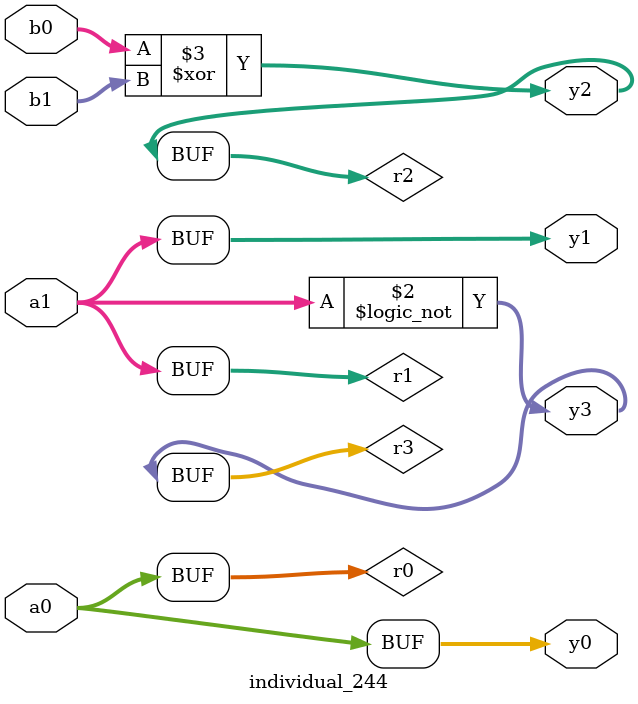
<source format=sv>
module individual_244(input logic [15:0] a1, input logic [15:0] a0, input logic [15:0] b1, input logic [15:0] b0, output logic [15:0] y3, output logic [15:0] y2, output logic [15:0] y1, output logic [15:0] y0);
logic [15:0] r0, r1, r2, r3; 
 always@(*) begin 
	 r0 = a0; r1 = a1; r2 = b0; r3 = b1; 
 	 r3 = ! r1 ;
 	 r2  ^=  b1 ;
 	 y3 = r3; y2 = r2; y1 = r1; y0 = r0; 
end
endmodule
</source>
